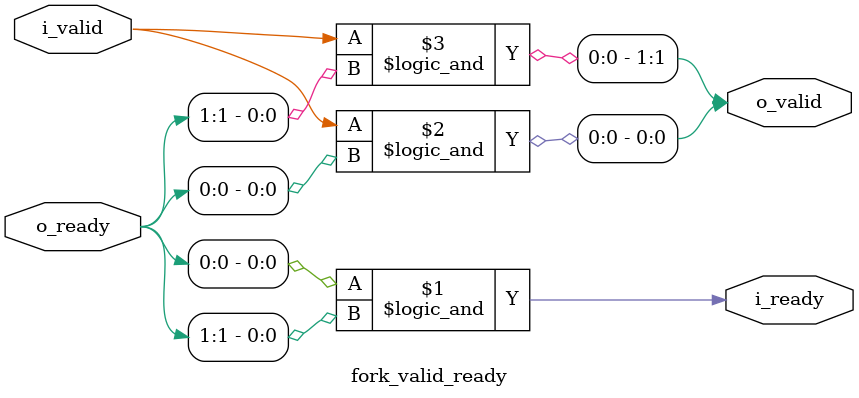
<source format=v>
`default_nettype none


module fork_valid_ready(
    input wire i_valid,
    output wire i_ready,
    output wire [1:0] o_valid,
    input wire [1:0] o_ready
);

    assign i_ready = o_ready[0] && o_ready[1];
    assign o_valid = { i_valid && o_ready[1], i_valid && o_ready[0] };

endmodule
</source>
